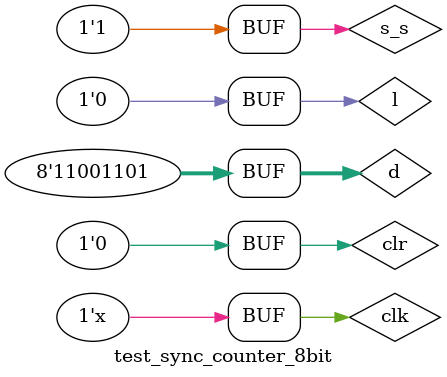
<source format=v>
module test_sync_counter_8bit();
    reg [7:0] d;
    wire [7:0] c;
    reg s_s, l, clk, clr;
    
    sync_counter_8bit inst0 (clr, clk, l, s_s, c, d);
    
    initial begin
        #5 clk <= 0; clr <= 0; l <=0; s_s <= 0; d <= 8'hCD;
    end
    always # 40 clk <= !clk;
    initial begin
        #100 clr <= 1;
        #50 clr <= 0;
    end
    initial begin
        #400 s_s <= 1;
        #3000 s_s <= 0;
    end
    initial begin
        #3500 s_s <= 1;
        #3700 l <= 1;
        # 200 l <= 0;
    end
endmodule

</source>
